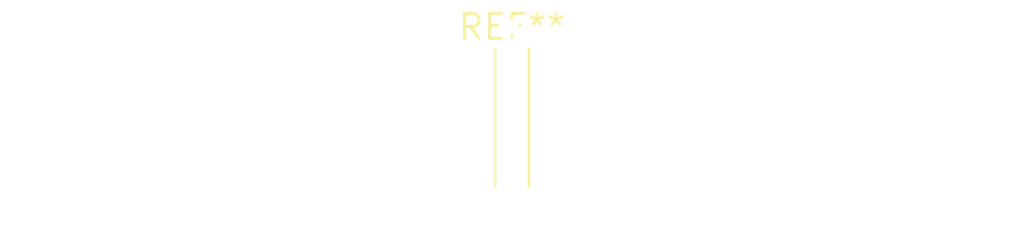
<source format=kicad_pcb>
(kicad_pcb (version 20240108) (generator pcbnew)
  (layers (0 "F.Cu" signal) (31 "B.Cu" signal) (34 "B.Paste" user) (35 "F.Paste" user) (36 "B.SilkS" user "B.Silkscreen") (37 "F.SilkS" user "F.Silkscreen") (38 "B.Mask" user) (39 "F.Mask" user) (44 "Edge.Cuts" user))
  (net 0 "")
  (footprint "SolderWire-0.15sqmm_1x01_D0.5mm_OD1.5mm_Relief" (layer "F.Cu") (at 0 0)
    (property "Reference" "REF**")
    (property "Value" "SolderWire-0.15sqmm_1x01_D0.5mm_OD1.5mm_Relief")
    (fp_line (start -0.86 1.11) (end -0.86 8.14) (layer "F.SilkS") (stroke (width 0.12)))
    (fp_line (start 0.86 1.11) (end 0.86 8.14) (layer "F.SilkS") (stroke (width 0.12)))
    (pad "" np_thru_hole circle (at 0 9) (size 2 2) (drill 2) (layers *.Cu *.Mask))
    (pad "1" thru_hole roundrect (at 0 0) (size 1.7 1.7) (drill 0.7) (layers *.Cu *.Mask) (remove_unused_layers) (roundrect_rratio 0.147059))
  )
)
</source>
